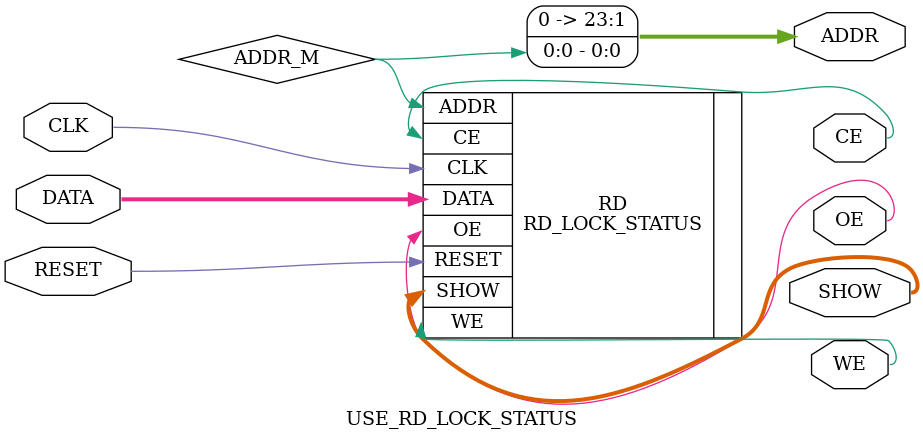
<source format=v>
`timescale 1ns / 1ps
module USE_RD_LOCK_STATUS( CLK,
									ADDR,
									SHOW,
									DATA,
									WE,
									CE,
									RESET,
									OE
    );
	 input CLK;
	 input RESET;
	 output[23:0] ADDR;
	 output[7:0] SHOW;
	 //reg[23:0] ADDRREG = 'h3f0002;
	 output WE;
	 output CE;
	 output OE;
	 inout[15:0] DATA;
	 
	 wire ADDR_M;
	 
	 
	 RD_LOCK_STATUS RD(
	 .CLK(CLK),
	 .ADDR(ADDR_M),
	 .SHOW(SHOW),
	 .DATA(DATA),
	 .WE(WE),
	 .CE(CE),
	 .OE(OE),
	 .RESET(RESET)
	 );
	 assign ADDR = ADDR_M;


endmodule

</source>
